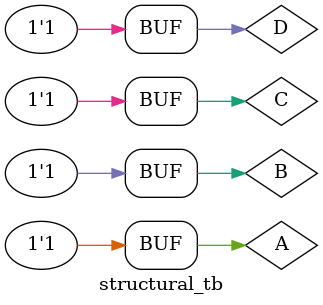
<source format=v>
module structural(A, B, C, D, E);
    input A, B, C, D;
    output E;
    wire W1, W2, W3, W4;

    and(W1, B, C);      // BC
    not(W2, B);         // B'
    and(W3, W2, D);     // B'D
    or(W4, W1, W3);     // BC + B'D
    or(E, A, W4);       // A + BC + B'D

endmodule

module structural_tb();
    reg A, B, C, D;
    wire E;

    structural EX(.A(A), .B(B), .C(C), .D(D), .E(E));

    initial begin
        A=0; B=0; C=0; D=0; #10;
        B=1; C=0; D=1; #10;
        A=0; B=1; C=1; D=0; #10;
        A=0; B=1; C=1; D=1; #10;
        A=1; B=0; C=0; D=0; #10;
        A=1; B=0; C=0; D=1; #10;
        A=1; B=0; C=1; D=0; #10;
        A=1; B=0; C=1; D=1; #10;
        A=1; B=1; C=0; D=0; #10;
        A=1; B=1; C=0; D=1; #10;
        A=1; B=1; C=1; D=0; #10;
        A=1; B=1; C=1; D=1; #10;
    end
endmodule

</source>
